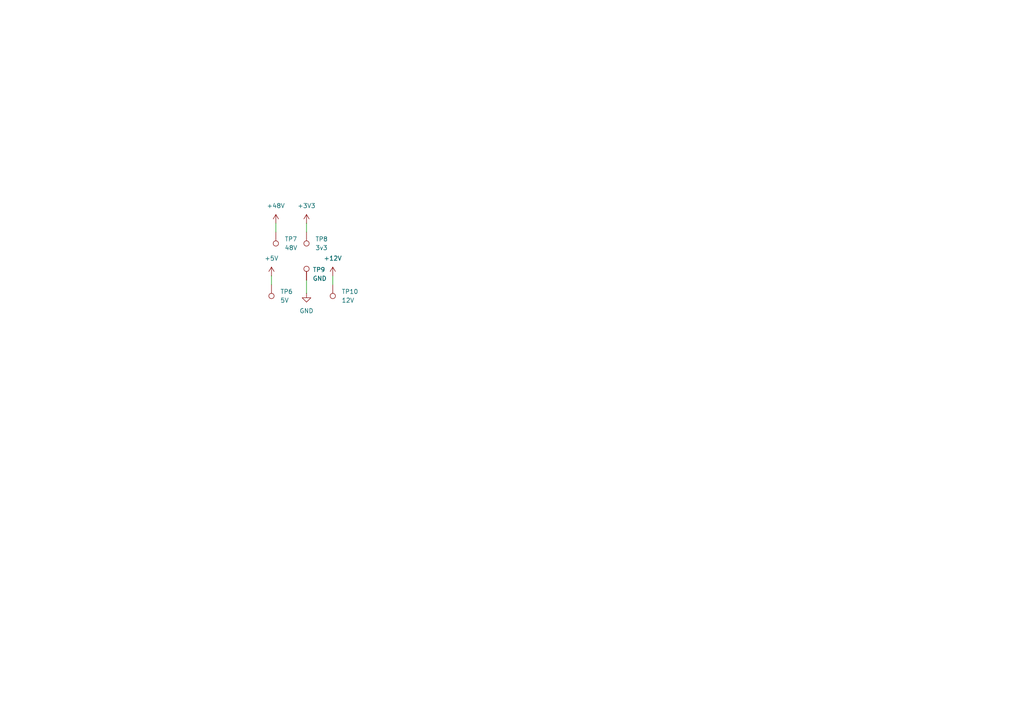
<source format=kicad_sch>
(kicad_sch (version 20231120) (generator "eeschema") (generator_version "8.0")
  (paper "A4")
  (lib_symbols
    (symbol "+12V_2" (power) (pin_numbers hide) (pin_names (offset 0) hide)
      (property "Value" "+12V" (at 0 3.556 0))
      (symbol "+12V_2_0_1"
        (polyline (pts (xy -0.762 1.27) (xy 0 2.54)))
        (polyline (pts (xy 0 0) (xy 0 2.54)))
        (polyline (pts (xy 0 2.54) (xy 0.762 1.27)))
      )
      (symbol "+12V_2_1_1"
        (pin power_in line (at 0 0 90) (length 0) (name "~") (number "1"))
      )
    )
    (symbol "Connector:TestPoint" (pin_numbers hide) (pin_names (offset 0.762) hide)
      (property "Reference" "TP" (at 0 6.858 0))
      (property "Value" "TestPoint" (at 0 5.08 0))
      (symbol "TestPoint_0_1"
        (circle (center 0 3.302) (radius 0.762))
      )
      (symbol "TestPoint_1_1"
        (pin passive line (at 0 0 90) (length 2.54) (name "1") (number "1"))
      )
    )
    (symbol "power:+3V3" (power) (pin_numbers hide) (pin_names (offset 0) hide)
      (property "Value" "+3V3" (at 0 3.556 0))
      (symbol "+3V3_0_1"
        (polyline (pts (xy -0.762 1.27) (xy 0 2.54)))
        (polyline (pts (xy 0 0) (xy 0 2.54)))
        (polyline (pts (xy 0 2.54) (xy 0.762 1.27)))
      )
      (symbol "+3V3_1_1"
        (pin power_in line (at 0 0 90) (length 0) (name "~") (number "1"))
      )
    )
    (symbol "power:+48V" (power) (pin_names (offset 0))
      (property "Value" "+48V" (at 0 3.556 0))
      (symbol "+48V_0_1"
        (polyline (pts (xy -0.762 1.27) (xy 0 2.54)))
        (polyline (pts (xy 0 0) (xy 0 2.54)))
        (polyline (pts (xy 0 2.54) (xy 0.762 1.27)))
      )
      (symbol "+48V_1_1"
        (pin power_in line (at 0 0 90) (length 0) hide (name "+48V") (number "1"))
      )
    )
    (symbol "power:+5V" (power) (pin_numbers hide) (pin_names (offset 0) hide)
      (property "Value" "+5V" (at 0 3.556 0))
      (symbol "+5V_0_1"
        (polyline (pts (xy -0.762 1.27) (xy 0 2.54)))
        (polyline (pts (xy 0 0) (xy 0 2.54)))
        (polyline (pts (xy 0 2.54) (xy 0.762 1.27)))
      )
      (symbol "+5V_1_1"
        (pin power_in line (at 0 0 90) (length 0) (name "~") (number "1"))
      )
    )
    (symbol "power:GND" (power) (pin_numbers hide) (pin_names (offset 0) hide)
      (property "Value" "GND" (at 0 -3.81 0))
      (symbol "GND_0_1"
        (polyline (pts (xy 0 0) (xy 0 -1.27) (xy 1.27 -1.27) (xy 0 -2.54) (xy -1.27 -1.27) (xy 0 -1.27)))
      )
      (symbol "GND_1_1"
        (pin power_in line (at 0 0 270) (length 0) (name "~") (number "1"))
      )
    )
  )
  (wire (pts (xy 78.74 80.01) (xy 78.74 82.55)))
  (wire (pts (xy 96.52 80.01) (xy 96.52 82.55)))
  (wire (pts (xy 88.9 64.77) (xy 88.9 67.31)))
  (wire (pts (xy 88.9 81.28) (xy 88.9 85.09)))
  (wire (pts (xy 80.01 64.77) (xy 80.01 67.31)))
  (symbol (lib_id "Connector:TestPoint") (at 88.9 81.28 0) (unit 1)
    (property "Reference" "TP9" (at 90.678 78.232 0) (effects (justify left)))
    (property "Value" "GND" (at 90.678 80.772 0) (effects (justify left)))
    (property "Footprint" "2025:14 AWG" (effects (hide yes)))
  )
  (symbol (lib_name "+12V_2") (lib_id "power:+12V") (at 96.52 80.01 0) (unit 1)
    (property "Reference" "#PWR084" (effects (hide yes)))
    (property "Value" "+12V" (at 96.52 74.93 0))
    (property "Description" "Power symbol creates a global label with name \"+12V\"" (effects (hide yes)))
  )
  (symbol (lib_id "Connector:TestPoint") (at 78.74 82.55 180) (unit 1)
    (property "Reference" "TP6" (at 81.28 84.5819 0) (effects (justify right)))
    (property "Value" "5V" (at 81.28 87.1219 0) (effects (justify right)))
    (property "Footprint" "2025:14 AWG" (effects (hide yes)))
  )
  (symbol (lib_id "power:+5V") (at 78.74 80.01 0) (unit 1)
    (property "Reference" "#PWR01" (effects (hide yes)))
    (property "Value" "+5V" (at 78.74 74.93 0))
    (property "Description" "Power symbol creates a global label with name \"+5V\"" (effects (hide yes)))
  )
  (symbol (lib_id "power:GND") (at 88.9 85.09 0) (unit 1)
    (property "Reference" "#PWR083" (effects (hide yes)))
    (property "Value" "GND" (at 88.9 90.17 0))
  )
  (symbol (lib_id "power:+48V") (at 80.01 64.77 0) (unit 1)
    (property "Reference" "#PWR011" (effects (hide yes)))
    (property "Value" "+48V" (at 80.01 59.69 0))
  )
  (symbol (lib_id "Connector:TestPoint") (at 80.01 67.31 180) (unit 1)
    (property "Reference" "TP7" (at 82.55 69.3419 0) (effects (justify right)))
    (property "Value" "48V" (at 82.55 71.8819 0) (effects (justify right)))
    (property "Footprint" "2025:14 AWG" (effects (hide yes)))
  )
  (symbol (lib_id "Connector:TestPoint") (at 88.9 67.31 180) (unit 1)
    (property "Reference" "TP8" (at 91.44 69.3419 0) (effects (justify right)))
    (property "Value" "3v3" (at 91.44 71.8819 0) (effects (justify right)))
    (property "Footprint" "2025:14 AWG" (effects (hide yes)))
  )
  (symbol (lib_id "power:+3V3") (at 88.9 64.77 0) (unit 1)
    (property "Reference" "#PWR033" (effects (hide yes)))
    (property "Value" "+3V3" (at 88.9 59.69 0))
  )
  (symbol (lib_id "Connector:TestPoint") (at 96.52 82.55 180) (unit 1)
    (property "Reference" "TP10" (at 99.06 84.5819 0) (effects (justify right)))
    (property "Value" "12V" (at 99.06 87.1219 0) (effects (justify right)))
    (property "Footprint" "2025:14 AWG" (effects (hide yes)))
  )
)
</source>
